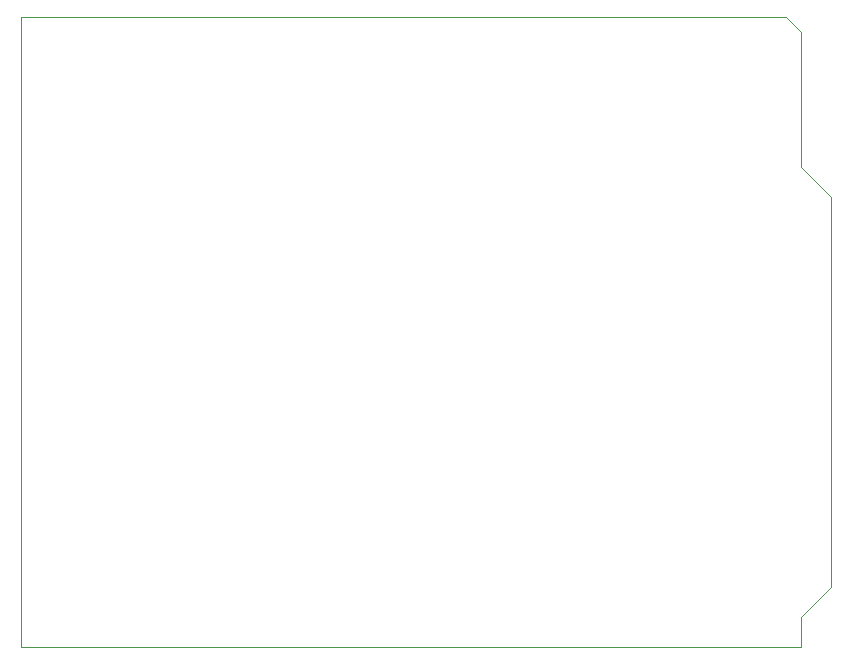
<source format=gbr>
G04 (created by PCBNEW (2013-07-07 BZR 4022)-stable) date 15/12/2015 05:16:38*
%MOIN*%
G04 Gerber Fmt 3.4, Leading zero omitted, Abs format*
%FSLAX34Y34*%
G01*
G70*
G90*
G04 APERTURE LIST*
%ADD10C,0.00590551*%
%ADD11C,0.00393701*%
G04 APERTURE END LIST*
G54D10*
G54D11*
X43500Y-48500D02*
X43500Y-27500D01*
X69500Y-48500D02*
X43500Y-48500D01*
X69500Y-47500D02*
X69500Y-48500D01*
X70500Y-46500D02*
X69500Y-47500D01*
X70500Y-33500D02*
X70500Y-46500D01*
X69500Y-32500D02*
X70500Y-33500D01*
X69500Y-28000D02*
X69500Y-32500D01*
X69000Y-27500D02*
X69500Y-28000D01*
X43500Y-27500D02*
X69000Y-27500D01*
M02*

</source>
